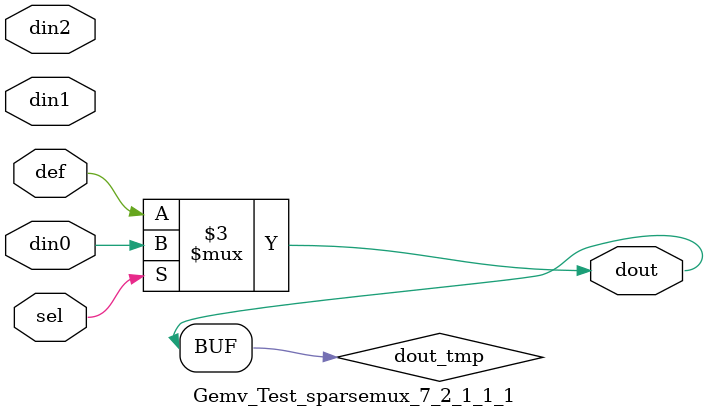
<source format=v>
`timescale 1ns / 1ps

module Gemv_Test_sparsemux_7_2_1_1_1 (din0,din1,din2,def,sel,dout);

parameter din0_WIDTH = 1;

parameter din1_WIDTH = 1;

parameter din2_WIDTH = 1;

parameter def_WIDTH = 1;
parameter sel_WIDTH = 1;
parameter dout_WIDTH = 1;

parameter [sel_WIDTH-1:0] CASE0 = 1;

parameter [sel_WIDTH-1:0] CASE1 = 1;

parameter [sel_WIDTH-1:0] CASE2 = 1;

parameter ID = 1;
parameter NUM_STAGE = 1;



input [din0_WIDTH-1:0] din0;

input [din1_WIDTH-1:0] din1;

input [din2_WIDTH-1:0] din2;

input [def_WIDTH-1:0] def;
input [sel_WIDTH-1:0] sel;

output [dout_WIDTH-1:0] dout;



reg [dout_WIDTH-1:0] dout_tmp;


always @ (*) begin
(* parallel_case *) case (sel)
    
    CASE0 : dout_tmp = din0;
    
    CASE1 : dout_tmp = din1;
    
    CASE2 : dout_tmp = din2;
    
    default : dout_tmp = def;
endcase
end


assign dout = dout_tmp;



endmodule

</source>
